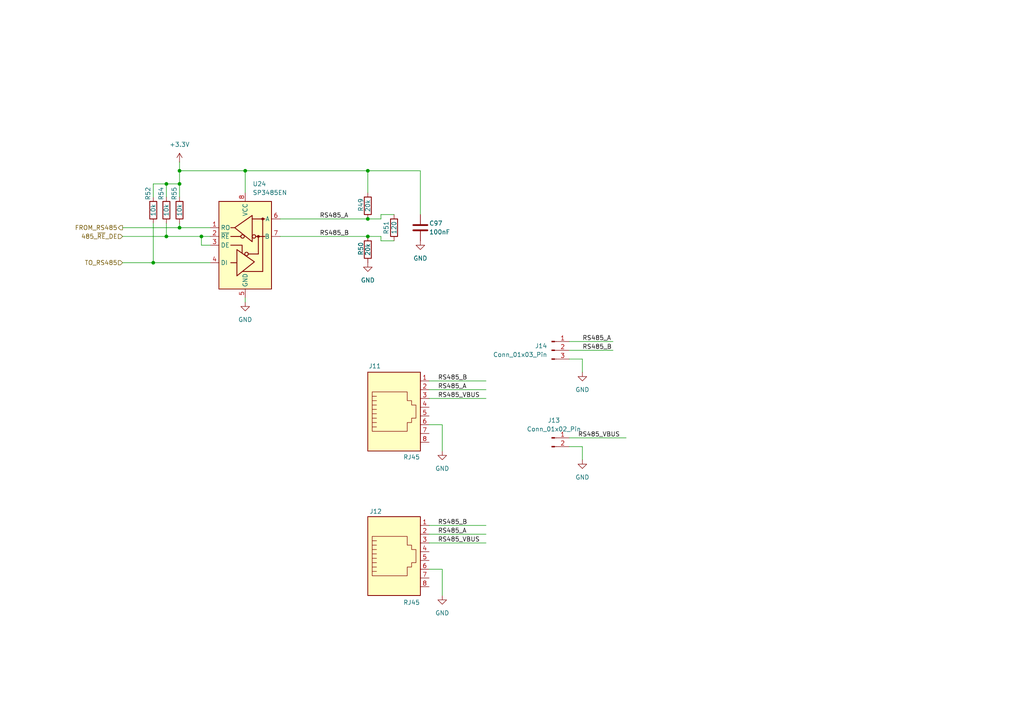
<source format=kicad_sch>
(kicad_sch (version 20250114) (generator "eeschema") (generator_version "9.0")
  (paper "A4")
  (lib_symbols
    (symbol "Connector:Conn_01x02_Pin" (pin_names (offset 1.016) (hide yes))
      (property "Reference" "J" (at 0 2.54 0))
      (property "Value" "Conn_01x02_Pin" (at 0 -5.08 0))
      (symbol "Conn_01x02_Pin_1_1"
        (rectangle (start 0.8636 0.127) (end 0 -0.127) (stroke (width 0.1524)) (fill (type outline)))
        (rectangle (start 0.8636 -2.413) (end 0 -2.667) (stroke (width 0.1524)) (fill (type outline)))
        (polyline (pts (xy 1.27 0) (xy 0.8636 0)) (stroke (width 0.1524)))
        (polyline (pts (xy 1.27 -2.54) (xy 0.8636 -2.54)) (stroke (width 0.1524)))
        (pin passive line (at 5.08 0 180) (length 3.81) (name "Pin_1") (number "1"))
        (pin passive line (at 5.08 -2.54 180) (length 3.81) (name "Pin_2") (number "2"))
      )
    )
    (symbol "Connector:Conn_01x03_Pin" (pin_names (offset 1.016) (hide yes))
      (property "Reference" "J" (at 0 5.08 0))
      (property "Value" "Conn_01x03_Pin" (at 0 -5.08 0))
      (symbol "Conn_01x03_Pin_1_1"
        (rectangle (start 0.8636 2.667) (end 0 2.413) (stroke (width 0.1524)) (fill (type outline)))
        (rectangle (start 0.8636 0.127) (end 0 -0.127) (stroke (width 0.1524)) (fill (type outline)))
        (rectangle (start 0.8636 -2.413) (end 0 -2.667) (stroke (width 0.1524)) (fill (type outline)))
        (polyline (pts (xy 1.27 2.54) (xy 0.8636 2.54)) (stroke (width 0.1524)))
        (polyline (pts (xy 1.27 0) (xy 0.8636 0)) (stroke (width 0.1524)))
        (polyline (pts (xy 1.27 -2.54) (xy 0.8636 -2.54)) (stroke (width 0.1524)))
        (pin passive line (at 5.08 2.54 180) (length 3.81) (name "Pin_1") (number "1"))
        (pin passive line (at 5.08 0 180) (length 3.81) (name "Pin_2") (number "2"))
        (pin passive line (at 5.08 -2.54 180) (length 3.81) (name "Pin_3") (number "3"))
      )
    )
    (symbol "Connector:RJ45" (pin_names (offset 1.016))
      (property "Reference" "J" (at -5.08 13.97 0))
      (property "Value" "RJ45" (at 2.54 13.97 0))
      (symbol "RJ45_0_1"
        (polyline (pts (xy -6.35 1.905) (xy -5.08 1.905) (xy -5.08 1.905)))
        (polyline (pts (xy -6.35 0.635) (xy -5.08 0.635) (xy -5.08 0.635)))
        (polyline (pts (xy -6.35 -0.635) (xy -5.08 -0.635) (xy -5.08 -0.635)))
        (polyline (pts (xy -6.35 -1.905) (xy -5.08 -1.905) (xy -5.08 -1.905)))
        (polyline (pts (xy -6.35 -3.175) (xy -5.08 -3.175) (xy -5.08 -3.175)))
        (polyline (pts (xy -6.35 -4.445) (xy -6.35 6.985) (xy 3.81 6.985) (xy 3.81 4.445) (xy 5.08 4.445) (xy 5.08 3.175) (xy 6.35 3.175) (xy 6.35 -0.635) (xy 5.08 -0.635) (xy 5.08 -1.905) (xy 3.81 -1.905) (xy 3.81 -4.445) (xy -6.35 -4.445) (xy -6.35 -4.445)))
        (polyline (pts (xy -5.08 5.715) (xy -6.35 5.715)))
        (polyline (pts (xy -5.08 4.445) (xy -6.35 4.445)))
        (polyline (pts (xy -5.08 3.175) (xy -6.35 3.175) (xy -6.35 3.175)))
        (rectangle (start 7.62 12.7) (end -7.62 -10.16) (stroke (width 0.254)) (fill (type background)))
      )
      (symbol "RJ45_1_1"
        (pin passive line (at 10.16 10.16 180) (length 2.54) (name "~") (number "8"))
        (pin passive line (at 10.16 7.62 180) (length 2.54) (name "~") (number "7"))
        (pin passive line (at 10.16 5.08 180) (length 2.54) (name "~") (number "6"))
        (pin passive line (at 10.16 2.54 180) (length 2.54) (name "~") (number "5"))
        (pin passive line (at 10.16 0 180) (length 2.54) (name "~") (number "4"))
        (pin passive line (at 10.16 -2.54 180) (length 2.54) (name "~") (number "3"))
        (pin passive line (at 10.16 -5.08 180) (length 2.54) (name "~") (number "2"))
        (pin passive line (at 10.16 -7.62 180) (length 2.54) (name "~") (number "1"))
      )
    )
    (symbol "Device:C" (pin_numbers (hide yes)) (pin_names (offset 0.254))
      (property "Reference" "C" (at 0.635 2.54 0))
      (property "Value" "C" (at 0.635 -2.54 0))
      (symbol "C_0_1"
        (polyline (pts (xy -2.032 0.762) (xy 2.032 0.762)) (stroke (width 0.508)))
        (polyline (pts (xy -2.032 -0.762) (xy 2.032 -0.762)) (stroke (width 0.508)))
      )
      (symbol "C_1_1"
        (pin passive line (at 0 3.81 270) (length 2.794) (name "~") (number "1"))
        (pin passive line (at 0 -3.81 90) (length 2.794) (name "~") (number "2"))
      )
    )
    (symbol "Device:R" (pin_numbers (hide yes)) (pin_names (offset 0))
      (property "Reference" "R" (at 2.032 0 90))
      (property "Value" "R" (at 0 0 90))
      (symbol "R_0_1"
        (rectangle (start -1.016 -2.54) (end 1.016 2.54) (stroke (width 0.254)))
      )
      (symbol "R_1_1"
        (pin passive line (at 0 3.81 270) (length 1.27) (name "~") (number "1"))
        (pin passive line (at 0 -3.81 90) (length 1.27) (name "~") (number "2"))
      )
    )
    (symbol "Interface_UART:SP3485EN"
      (property "Reference" "U" (at -7.62 13.97 0))
      (property "Value" "SP3485EN" (at 1.905 13.97 0))
      (symbol "SP3485EN_0_1"
        (rectangle (start -7.62 12.7) (end 7.62 -12.7) (stroke (width 0.254)) (fill (type background)))
        (polyline (pts (xy -4.191 2.54) (xy -1.27 2.54)) (stroke (width 0.254)))
        (polyline (pts (xy -4.191 0) (xy -0.889 0) (xy -0.889 -2.286)) (stroke (width 0.254)))
        (polyline (pts (xy -3.175 5.08) (xy -4.191 5.08) (xy -4.064 5.08)) (stroke (width 0.254)))
        (polyline (pts (xy -2.54 -5.08) (xy -4.191 -5.08)) (stroke (width 0.254)))
        (polyline (pts (xy -2.413 -5.08) (xy -2.413 -1.27) (xy 2.667 -4.826) (xy -2.413 -8.89) (xy -2.413 -5.08)) (stroke (width 0.254)))
        (polyline (pts (xy -0.635 -7.62) (xy 5.08 -7.62)) (stroke (width 0.254)))
        (circle (center 0.381 -2.54) (radius 0.508) (stroke (width 0.254)))
        (polyline (pts (xy 0.889 -2.54) (xy 3.81 -2.54)) (stroke (width 0.254)))
        (polyline (pts (xy 2.032 7.62) (xy 5.715 7.62)) (stroke (width 0.254)))
        (polyline (pts (xy 3.048 2.54) (xy 5.715 2.54)) (stroke (width 0.254)))
        (circle (center 3.81 2.54) (radius 0.2794) (stroke (width 0.254)) (fill (type outline)))
        (polyline (pts (xy 3.81 -2.54) (xy 3.81 2.54)) (stroke (width 0.254)))
        (polyline (pts (xy 5.08 -7.62) (xy 5.08 7.62)) (stroke (width 0.254)))
      )
      (symbol "SP3485EN_1_1"
        (circle (center -0.762 2.54) (radius 0.508) (stroke (width 0.254)))
        (polyline (pts (xy 2.032 4.826) (xy 2.032 8.636) (xy -3.048 5.08) (xy 2.032 1.016) (xy 2.032 4.826)) (stroke (width 0.254)))
        (circle (center 2.54 2.54) (radius 0.508) (stroke (width 0.254)))
        (circle (center 5.08 7.62) (radius 0.2794) (stroke (width 0.254)) (fill (type outline)))
        (pin output line (at -10.16 5.08 0) (length 2.54) (name "RO") (number "1"))
        (pin input line (at -10.16 2.54 0) (length 2.54) (name "~{RE}") (number "2"))
        (pin input line (at -10.16 0 0) (length 2.54) (name "DE") (number "3"))
        (pin input line (at -10.16 -5.08 0) (length 2.54) (name "DI") (number "4"))
        (pin power_in line (at 0 15.24 270) (length 2.54) (name "VCC") (number "8"))
        (pin power_in line (at 0 -15.24 90) (length 2.54) (name "GND") (number "5"))
        (pin bidirectional line (at 10.16 7.62 180) (length 2.54) (name "A") (number "6"))
        (pin bidirectional line (at 10.16 2.54 180) (length 2.54) (name "B") (number "7"))
      )
    )
    (symbol "power:+3.3V" (power) (pin_numbers (hide yes)) (pin_names (offset 0) (hide yes))
      (property "Value" "+3.3V" (at 0 3.556 0))
      (symbol "+3.3V_0_1"
        (polyline (pts (xy -0.762 1.27) (xy 0 2.54)))
        (polyline (pts (xy 0 2.54) (xy 0.762 1.27)))
        (polyline (pts (xy 0 0) (xy 0 2.54)))
      )
      (symbol "+3.3V_1_1"
        (pin power_in line (at 0 0 90) (length 0) (name "~") (number "1"))
      )
    )
    (symbol "power:GND" (power) (pin_numbers (hide yes)) (pin_names (offset 0) (hide yes))
      (property "Value" "GND" (at 0 -3.81 0))
      (symbol "GND_0_1"
        (polyline (pts (xy 0 0) (xy 0 -1.27) (xy 1.27 -1.27) (xy 0 -2.54) (xy -1.27 -1.27) (xy 0 -1.27)))
      )
      (symbol "GND_1_1"
        (pin power_in line (at 0 0 270) (length 0) (name "~") (number "1"))
      )
    )
  )
  (junction (at 52.07 53.34))
  (junction (at 48.26 53.34))
  (junction (at 106.68 68.58))
  (junction (at 58.42 68.58))
  (junction (at 52.07 66.04))
  (junction (at 106.68 49.53))
  (junction (at 71.12 49.53))
  (junction (at 52.07 49.53))
  (junction (at 44.45 76.2))
  (junction (at 106.68 63.5))
  (junction (at 48.26 68.58))
  (wire (pts (xy 44.45 53.34) (xy 48.26 53.34)))
  (wire (pts (xy 121.92 49.53) (xy 106.68 49.53)))
  (wire (pts (xy 110.49 63.5) (xy 106.68 63.5)))
  (wire (pts (xy 168.91 104.14) (xy 168.91 107.95)))
  (wire (pts (xy 44.45 76.2) (xy 60.96 76.2)))
  (wire (pts (xy 52.07 46.99) (xy 52.07 49.53)))
  (wire (pts (xy 35.56 68.58) (xy 48.26 68.58)))
  (wire (pts (xy 106.68 49.53) (xy 71.12 49.53)))
  (wire (pts (xy 52.07 66.04) (xy 52.07 64.77)))
  (wire (pts (xy 128.27 172.72) (xy 128.27 165.1)))
  (wire (pts (xy 165.1 104.14) (xy 168.91 104.14)))
  (wire (pts (xy 48.26 53.34) (xy 52.07 53.34)))
  (wire (pts (xy 106.68 55.88) (xy 106.68 49.53)))
  (wire (pts (xy 110.49 68.58) (xy 106.68 68.58)))
  (wire (pts (xy 168.91 133.35) (xy 168.91 129.54)))
  (wire (pts (xy 106.68 68.58) (xy 81.28 68.58)))
  (wire (pts (xy 110.49 62.23) (xy 110.49 63.5)))
  (wire (pts (xy 177.8 101.6) (xy 165.1 101.6)))
  (wire (pts (xy 35.56 66.04) (xy 52.07 66.04)))
  (wire (pts (xy 177.8 99.06) (xy 165.1 99.06)))
  (wire (pts (xy 114.3 62.23) (xy 110.49 62.23)))
  (wire (pts (xy 60.96 71.12) (xy 58.42 71.12)))
  (wire (pts (xy 52.07 49.53) (xy 71.12 49.53)))
  (wire (pts (xy 110.49 69.85) (xy 114.3 69.85)))
  (wire (pts (xy 71.12 49.53) (xy 71.12 55.88)))
  (wire (pts (xy 52.07 49.53) (xy 52.07 53.34)))
  (wire (pts (xy 58.42 71.12) (xy 58.42 68.58)))
  (wire (pts (xy 165.1 129.54) (xy 168.91 129.54)))
  (wire (pts (xy 124.46 157.48) (xy 140.97 157.48)))
  (wire (pts (xy 110.49 68.58) (xy 110.49 69.85)))
  (wire (pts (xy 48.26 53.34) (xy 48.26 57.15)))
  (wire (pts (xy 124.46 154.94) (xy 140.97 154.94)))
  (wire (pts (xy 81.28 63.5) (xy 106.68 63.5)))
  (wire (pts (xy 124.46 110.49) (xy 140.97 110.49)))
  (wire (pts (xy 128.27 165.1) (xy 124.46 165.1)))
  (wire (pts (xy 58.42 68.58) (xy 60.96 68.58)))
  (wire (pts (xy 48.26 68.58) (xy 48.26 64.77)))
  (wire (pts (xy 128.27 123.19) (xy 124.46 123.19)))
  (wire (pts (xy 124.46 152.4) (xy 140.97 152.4)))
  (wire (pts (xy 48.26 68.58) (xy 58.42 68.58)))
  (wire (pts (xy 121.92 49.53) (xy 121.92 62.23)))
  (wire (pts (xy 52.07 53.34) (xy 52.07 57.15)))
  (wire (pts (xy 35.56 76.2) (xy 44.45 76.2)))
  (wire (pts (xy 124.46 113.03) (xy 140.97 113.03)))
  (wire (pts (xy 44.45 57.15) (xy 44.45 53.34)))
  (wire (pts (xy 124.46 115.57) (xy 140.97 115.57)))
  (wire (pts (xy 165.1 127) (xy 181.61 127)))
  (wire (pts (xy 44.45 76.2) (xy 44.45 64.77)))
  (wire (pts (xy 128.27 130.81) (xy 128.27 123.19)))
  (wire (pts (xy 60.96 66.04) (xy 52.07 66.04)))
  (wire (pts (xy 71.12 87.63) (xy 71.12 86.36)))
  (label "RS485_VBUS" (at 127 115.57 0))
  (label "RS485_B" (at 168.91 101.6 0))
  (label "RS485_A" (at 168.91 99.06 0))
  (label "RS485_VBUS" (at 167.64 127 0))
  (label "RS485_A" (at 92.71 63.5 0))
  (label "RS485_B" (at 92.71 68.58 0))
  (label "RS485_B" (at 127 110.49 0))
  (label "RS485_B" (at 127 152.4 0))
  (label "RS485_A" (at 127 113.03 0))
  (label "RS485_VBUS" (at 127 157.48 0))
  (label "RS485_A" (at 127 154.94 0))
  (hierarchical_label "TO_RS485" (shape input) (at 35.56 76.2 180))
  (hierarchical_label "FROM_RS485" (shape output) (at 35.56 66.04 180))
  (hierarchical_label "485_~{RE}_DE" (shape input) (at 35.56 68.58 180))
  (symbol (lib_id "Device:C") (at 121.92 66.04 0) (unit 1)
    (property "Reference" "C97" (at 124.46 64.77 0) (effects (justify left)))
    (property "Value" "100nF" (at 124.46 67.31 0) (effects (justify left)))
    (property "Footprint" "Capacitor_SMD:C_0402_1005Metric" (effects (hide yes)))
    (property "Description" "Unpolarized capacitor" (effects (hide yes)))
  )
  (symbol (lib_id "power:GND") (at 121.92 69.85 0) (unit 1)
    (property "Reference" "#PWR05" (effects (hide yes)))
    (property "Value" "GND" (at 121.92 74.93 0))
    (property "Description" "Power symbol creates a global label with name \"GND\" , ground" (effects (hide yes)))
  )
  (symbol (lib_id "Device:R") (at 114.3 66.04 0) (mirror x) (unit 1)
    (property "Reference" "R51" (at 112.014 66.04 90))
    (property "Value" "120" (at 114.3 66.04 90))
    (property "Footprint" "Resistor_SMD:R_0805_2012Metric" (effects (hide yes)))
    (property "Description" "Resistor" (effects (hide yes)))
    (property "LCSC Part" "C17415" (effects (hide yes)))
  )
  (symbol (lib_id "Connector:Conn_01x03_Pin") (at 160.02 101.6 0) (unit 1)
    (property "Reference" "J14" (at 158.75 100.3299 0) (effects (justify right)))
    (property "Value" "Conn_01x03_Pin" (at 158.75 102.8699 0) (effects (justify right)))
    (property "Footprint" "Connector_JST:JST_XH_B3B-XH-AM_1x03_P2.50mm_Vertical" (effects (hide yes)))
    (property "Description" "Generic connector, single row, 01x03, script generated" (effects (hide yes)))
  )
  (symbol (lib_id "Connector:Conn_01x02_Pin") (at 160.02 127 0) (unit 1)
    (property "Reference" "J13" (at 160.655 121.92 0))
    (property "Value" "Conn_01x02_Pin" (at 160.655 124.46 0))
    (property "Footprint" "Connector_PinHeader_2.54mm:PinHeader_1x02_P2.54mm_Vertical" (effects (hide yes)))
    (property "Description" "Generic connector, single row, 01x02, script generated" (effects (hide yes)))
  )
  (symbol (lib_id "power:GND") (at 168.91 107.95 0) (mirror y) (unit 1)
    (property "Reference" "#PWR0187" (effects (hide yes)))
    (property "Value" "GND" (at 168.91 113.03 0))
    (property "Description" "Power symbol creates a global label with name \"GND\" , ground" (effects (hide yes)))
  )
  (symbol (lib_id "Interface_UART:SP3485EN") (at 71.12 71.12 0) (unit 1)
    (property "Reference" "U24" (at 73.2633 53.34 0) (effects (justify left)))
    (property "Value" "SP3485EN" (at 73.2633 55.88 0) (effects (justify left)))
    (property "Footprint" "Package_SO:SOIC-8_3.9x4.9mm_P1.27mm" (effects (hide yes)))
    (property "Datasheet" "http://www.icbase.com/pdf/SPX/SPX00480106.pdf" (effects (hide yes)))
    (property "Description" "Industrial 3.3V Low Power Half-Duplex RS-485 Transceiver 10Mbps, SOIC-8" (effects (hide yes)))
    (property "LCSC Part" "C8963" (effects (hide yes)))
  )
  (symbol (lib_id "Device:R") (at 48.26 60.96 0) (mirror x) (unit 1)
    (property "Reference" "R54" (at 46.736 56.134 90))
    (property "Value" "10k" (at 48.26 60.96 90))
    (property "Footprint" "Resistor_SMD:R_0402_1005Metric" (effects (hide yes)))
    (property "Description" "Resistor" (effects (hide yes)))
  )
  (symbol (lib_id "Connector:RJ45") (at 114.3 160.02 0) (mirror x) (unit 1)
    (property "Reference" "J12" (at 108.966 148.336 0))
    (property "Value" "RJ45" (at 119.38 174.752 0))
    (property "Footprint" "Connector_RJ:RJ45_Amphenol_54602-x08_Horizontal" (effects (hide yes)))
    (property "Description" "RJ connector, 8P8C (8 positions 8 connected)" (effects (hide yes)))
  )
  (symbol (lib_id "Device:R") (at 106.68 59.69 0) (mirror x) (unit 1)
    (property "Reference" "R49" (at 104.648 59.436 90))
    (property "Value" "20k" (at 106.68 59.69 90))
    (property "Footprint" "Resistor_SMD:R_0603_1608Metric" (effects (hide yes)))
    (property "Description" "Resistor" (effects (hide yes)))
    (property "LCSC Part" "C25765" (effects (hide yes)))
  )
  (symbol (lib_id "power:GND") (at 128.27 130.81 0) (unit 1)
    (property "Reference" "#PWR0176" (effects (hide yes)))
    (property "Value" "GND" (at 128.27 135.89 0))
    (property "Description" "Power symbol creates a global label with name \"GND\" , ground" (effects (hide yes)))
  )
  (symbol (lib_id "Device:R") (at 52.07 60.96 0) (mirror x) (unit 1)
    (property "Reference" "R55" (at 50.546 56.134 90))
    (property "Value" "10k" (at 52.07 60.96 90))
    (property "Footprint" "Resistor_SMD:R_0402_1005Metric" (effects (hide yes)))
    (property "Description" "Resistor" (effects (hide yes)))
  )
  (symbol (lib_id "Connector:RJ45") (at 114.3 118.11 0) (mirror x) (unit 1)
    (property "Reference" "J11" (at 108.712 106.172 0))
    (property "Value" "RJ45" (at 119.38 132.588 0))
    (property "Footprint" "Connector_RJ:RJ45_Amphenol_54602-x08_Horizontal" (effects (hide yes)))
    (property "Description" "RJ connector, 8P8C (8 positions 8 connected)" (effects (hide yes)))
  )
  (symbol (lib_id "Device:R") (at 44.45 60.96 0) (mirror x) (unit 1)
    (property "Reference" "R52" (at 42.926 56.134 90))
    (property "Value" "10k" (at 44.45 60.96 90))
    (property "Footprint" "Resistor_SMD:R_0402_1005Metric" (effects (hide yes)))
    (property "Description" "Resistor" (effects (hide yes)))
  )
  (symbol (lib_id "power:+3.3V") (at 52.07 46.99 0) (unit 1)
    (property "Reference" "#PWR0186" (effects (hide yes)))
    (property "Value" "+3.3V" (at 52.07 41.91 0))
    (property "Description" "Power symbol creates a global label with name \"+3.3V\"" (effects (hide yes)))
  )
  (symbol (lib_id "power:GND") (at 168.91 133.35 0) (unit 1)
    (property "Reference" "#PWR0188" (effects (hide yes)))
    (property "Value" "GND" (at 168.91 138.43 0))
    (property "Description" "Power symbol creates a global label with name \"GND\" , ground" (effects (hide yes)))
  )
  (symbol (lib_id "power:GND") (at 106.68 76.2 0) (unit 1)
    (property "Reference" "#PWR06" (effects (hide yes)))
    (property "Value" "GND" (at 106.68 81.28 0))
    (property "Description" "Power symbol creates a global label with name \"GND\" , ground" (effects (hide yes)))
  )
  (symbol (lib_id "power:GND") (at 71.12 87.63 0) (unit 1)
    (property "Reference" "#PWR04" (effects (hide yes)))
    (property "Value" "GND" (at 71.12 92.71 0))
    (property "Description" "Power symbol creates a global label with name \"GND\" , ground" (effects (hide yes)))
  )
  (symbol (lib_id "power:GND") (at 128.27 172.72 0) (unit 1)
    (property "Reference" "#PWR0185" (effects (hide yes)))
    (property "Value" "GND" (at 128.27 177.8 0))
    (property "Description" "Power symbol creates a global label with name \"GND\" , ground" (effects (hide yes)))
  )
  (symbol (lib_id "Device:R") (at 106.68 72.39 0) (mirror x) (unit 1)
    (property "Reference" "R50" (at 104.648 72.136 90))
    (property "Value" "20k" (at 106.68 72.39 90))
    (property "Footprint" "Resistor_SMD:R_0603_1608Metric" (effects (hide yes)))
    (property "Description" "Resistor" (effects (hide yes)))
    (property "LCSC Part" "C25765" (effects (hide yes)))
  )
)
</source>
